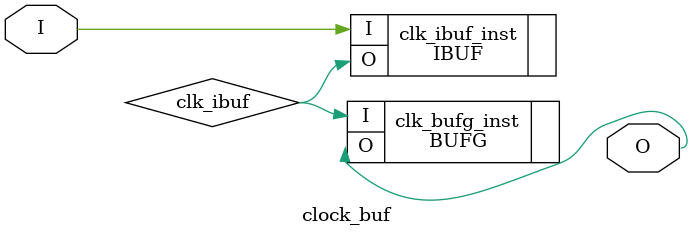
<source format=sv>
module clock_buf (
    input  logic I,
    output logic O
);
    logic clk_ibuf;
    IBUF clk_ibuf_inst (
        .I (I),
        .O (clk_ibuf)
    );
    BUFG clk_bufg_inst (
        .I (clk_ibuf),
        .O (O)
    );
endmodule // clock_buf
</source>
